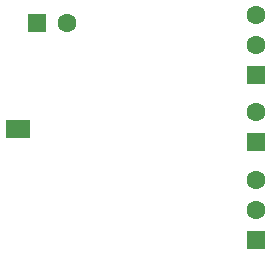
<source format=gbs>
%FSAX44Y44*%
%MOMM*%
G71*
G01*
G75*
G04 Layer_Color=16711935*
%ADD10R,0.9000X1.0000*%
%ADD11R,1.5000X0.6000*%
%ADD12R,1.0000X0.9000*%
%ADD13R,1.1000X0.6500*%
%ADD14R,1.0000X1.0000*%
%ADD15R,1.0000X1.0000*%
%ADD16R,0.6000X1.5000*%
%ADD17R,1.5000X1.3000*%
G04:AMPARAMS|DCode=18|XSize=1.32mm|YSize=1.68mm|CornerRadius=0.066mm|HoleSize=0mm|Usage=FLASHONLY|Rotation=90.000|XOffset=0mm|YOffset=0mm|HoleType=Round|Shape=RoundedRectangle|*
%AMROUNDEDRECTD18*
21,1,1.3200,1.5480,0,0,90.0*
21,1,1.1880,1.6800,0,0,90.0*
1,1,0.1320,0.7740,0.5940*
1,1,0.1320,0.7740,-0.5940*
1,1,0.1320,-0.7740,-0.5940*
1,1,0.1320,-0.7740,0.5940*
%
%ADD18ROUNDEDRECTD18*%
%ADD19R,1.8000X1.3000*%
G04:AMPARAMS|DCode=20|XSize=1.6mm|YSize=5.7mm|CornerRadius=0.08mm|HoleSize=0mm|Usage=FLASHONLY|Rotation=0.000|XOffset=0mm|YOffset=0mm|HoleType=Round|Shape=RoundedRectangle|*
%AMROUNDEDRECTD20*
21,1,1.6000,5.5400,0,0,0.0*
21,1,1.4400,5.7000,0,0,0.0*
1,1,0.1600,0.7200,-2.7700*
1,1,0.1600,-0.7200,-2.7700*
1,1,0.1600,-0.7200,2.7700*
1,1,0.1600,0.7200,2.7700*
%
%ADD20ROUNDEDRECTD20*%
%ADD21O,2.0000X0.6000*%
%ADD22R,1.3000X1.5000*%
%ADD23R,0.7000X0.6000*%
%ADD24R,0.7000X0.9000*%
%ADD25C,0.2000*%
%ADD26C,1.0000*%
%ADD27C,0.8000*%
%ADD28C,0.3000*%
%ADD29C,0.6000*%
%ADD30C,1.5000*%
%ADD31R,1.5000X1.5000*%
%ADD32R,1.5000X1.5000*%
%ADD33C,0.6000*%
%ADD34C,0.2500*%
%ADD35C,0.1270*%
%ADD36C,0.1000*%
%ADD37C,0.1524*%
%ADD38R,2.0000X1.5000*%
%ADD39R,1.0000X1.1000*%
%ADD40R,1.6000X0.7000*%
%ADD41R,1.1000X1.0000*%
%ADD42R,1.2000X0.7500*%
%ADD43R,1.1000X1.1000*%
%ADD44R,1.1000X1.1000*%
%ADD45R,0.7000X1.6000*%
%ADD46R,1.6000X1.4000*%
G04:AMPARAMS|DCode=47|XSize=1.42mm|YSize=1.78mm|CornerRadius=0.116mm|HoleSize=0mm|Usage=FLASHONLY|Rotation=90.000|XOffset=0mm|YOffset=0mm|HoleType=Round|Shape=RoundedRectangle|*
%AMROUNDEDRECTD47*
21,1,1.4200,1.5480,0,0,90.0*
21,1,1.1880,1.7800,0,0,90.0*
1,1,0.2320,0.7740,0.5940*
1,1,0.2320,0.7740,-0.5940*
1,1,0.2320,-0.7740,-0.5940*
1,1,0.2320,-0.7740,0.5940*
%
%ADD47ROUNDEDRECTD47*%
%ADD48R,1.9000X1.4000*%
G04:AMPARAMS|DCode=49|XSize=1.7mm|YSize=5.8mm|CornerRadius=0.13mm|HoleSize=0mm|Usage=FLASHONLY|Rotation=0.000|XOffset=0mm|YOffset=0mm|HoleType=Round|Shape=RoundedRectangle|*
%AMROUNDEDRECTD49*
21,1,1.7000,5.5400,0,0,0.0*
21,1,1.4400,5.8000,0,0,0.0*
1,1,0.2600,0.7200,-2.7700*
1,1,0.2600,-0.7200,-2.7700*
1,1,0.2600,-0.7200,2.7700*
1,1,0.2600,0.7200,2.7700*
%
%ADD49ROUNDEDRECTD49*%
%ADD50O,2.1000X0.7000*%
%ADD51R,1.4000X1.6000*%
%ADD52R,0.8000X0.7000*%
%ADD53R,0.8000X1.0000*%
%ADD54C,1.6000*%
%ADD55R,1.6000X1.6000*%
%ADD56R,1.6000X1.6000*%
D38*
X01423000Y00574500D02*
D03*
D54*
X01624000Y00670800D02*
D03*
Y00645400D02*
D03*
Y00588400D02*
D03*
Y00530800D02*
D03*
Y00505400D02*
D03*
X01464400Y00664000D02*
D03*
D55*
X01624000Y00620000D02*
D03*
Y00563000D02*
D03*
Y00480000D02*
D03*
D56*
X01439000Y00664000D02*
D03*
M02*

</source>
